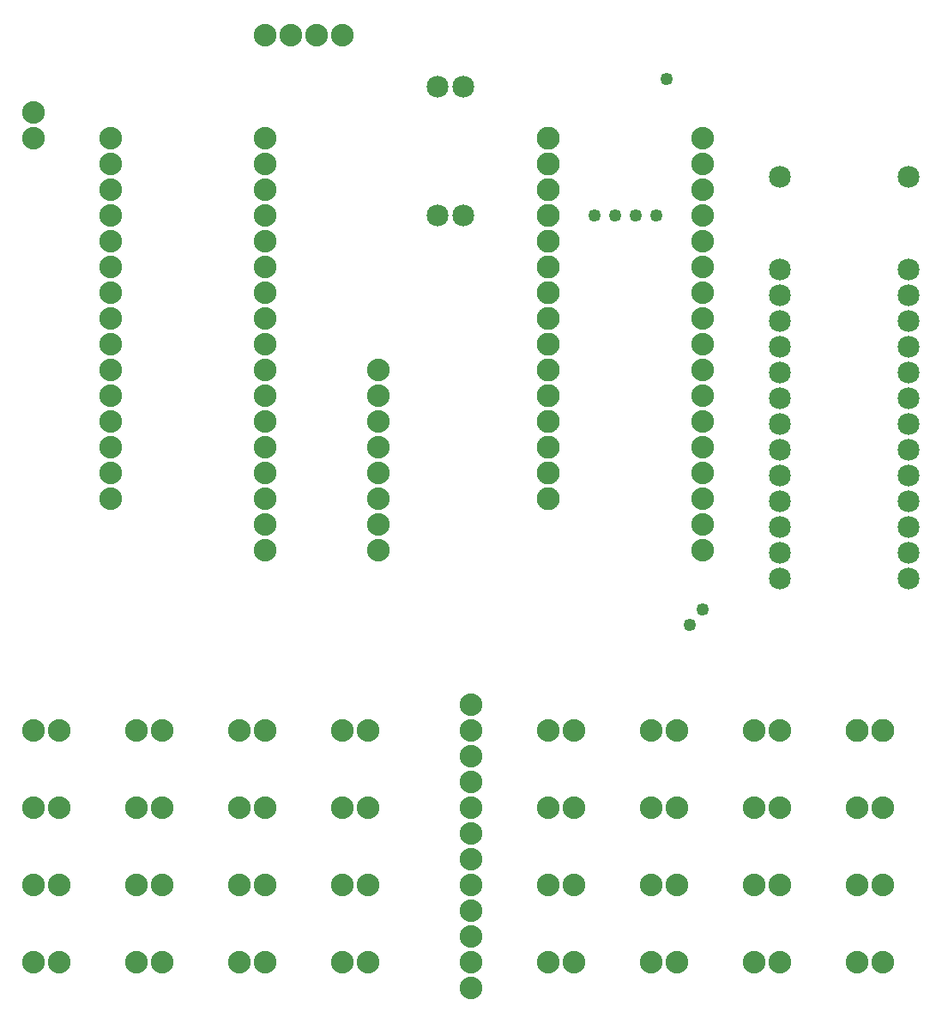
<source format=gts>
G04 MADE WITH FRITZING*
G04 WWW.FRITZING.ORG*
G04 DOUBLE SIDED*
G04 HOLES PLATED*
G04 CONTOUR ON CENTER OF CONTOUR VECTOR*
%ASAXBY*%
%FSLAX23Y23*%
%MOIN*%
%OFA0B0*%
%SFA1.0B1.0*%
%ADD10C,0.049370*%
%ADD11C,0.088000*%
%ADD12C,0.089370*%
%ADD13C,0.085000*%
%LNMASK1*%
G90*
G70*
G54D10*
X2886Y1577D03*
X2836Y1517D03*
G54D11*
X1486Y3807D03*
X1386Y3807D03*
X1286Y3807D03*
X1186Y3807D03*
X1486Y207D03*
X1486Y207D03*
X1586Y207D03*
X1086Y807D03*
X1086Y807D03*
X1186Y807D03*
X286Y207D03*
X286Y207D03*
X386Y207D03*
X1086Y207D03*
X1086Y207D03*
X1186Y207D03*
X1086Y507D03*
X1086Y507D03*
X1186Y507D03*
X686Y207D03*
X686Y207D03*
X786Y207D03*
X686Y507D03*
X686Y507D03*
X786Y507D03*
X1086Y1107D03*
X1086Y1107D03*
X1186Y1107D03*
X1486Y1107D03*
X1486Y1107D03*
X1586Y1107D03*
X286Y1107D03*
X286Y1107D03*
X386Y1107D03*
X286Y807D03*
X286Y807D03*
X386Y807D03*
X686Y1107D03*
X686Y1107D03*
X786Y1107D03*
X686Y807D03*
X686Y807D03*
X786Y807D03*
X286Y507D03*
X286Y507D03*
X386Y507D03*
X1626Y1907D03*
X1626Y1907D03*
X1626Y1807D03*
X1626Y2107D03*
X1626Y2107D03*
X1626Y2007D03*
X1626Y2307D03*
X1626Y2307D03*
X1626Y2207D03*
X286Y3407D03*
X286Y3407D03*
X286Y3507D03*
X1626Y2507D03*
X1626Y2507D03*
X1626Y2407D03*
X1486Y807D03*
X1486Y807D03*
X1586Y807D03*
X1486Y507D03*
X1486Y507D03*
X1586Y507D03*
X3486Y207D03*
X3486Y207D03*
X3586Y207D03*
X3486Y507D03*
X3486Y507D03*
X3586Y507D03*
X3486Y807D03*
X3486Y807D03*
X3586Y807D03*
G54D12*
X3486Y1107D03*
X3486Y1107D03*
X3586Y1107D03*
G54D11*
X3086Y207D03*
X3086Y207D03*
X3186Y207D03*
X3086Y507D03*
X3086Y507D03*
X3186Y507D03*
X3086Y807D03*
X3086Y807D03*
X3186Y807D03*
X3086Y1107D03*
X3086Y1107D03*
X3186Y1107D03*
X2686Y207D03*
X2686Y207D03*
X2786Y207D03*
X2686Y507D03*
X2686Y507D03*
X2786Y507D03*
X2686Y807D03*
X2686Y807D03*
X2786Y807D03*
X2686Y1107D03*
X2686Y1107D03*
X2786Y1107D03*
X2286Y207D03*
X2286Y207D03*
X2386Y207D03*
X2286Y507D03*
X2286Y507D03*
X2386Y507D03*
X2286Y807D03*
X2286Y807D03*
X2386Y807D03*
X2286Y1107D03*
X2286Y1107D03*
X2386Y1107D03*
X1186Y3407D03*
X1186Y3307D03*
X1186Y3207D03*
X1186Y3107D03*
X1186Y3007D03*
X1186Y2907D03*
X1186Y2807D03*
X1186Y2707D03*
X1186Y2607D03*
X1186Y2507D03*
X1186Y2407D03*
X1186Y2307D03*
X1186Y2207D03*
X1186Y2107D03*
X1186Y2007D03*
X1186Y1907D03*
X1186Y1807D03*
X586Y3407D03*
X586Y3307D03*
X586Y3207D03*
X586Y3107D03*
X586Y3007D03*
X586Y2907D03*
X586Y2807D03*
X586Y2707D03*
X586Y2607D03*
X586Y2507D03*
X586Y2407D03*
X586Y2307D03*
X586Y2207D03*
X586Y2107D03*
X586Y2007D03*
G54D12*
X2286Y3407D03*
X2286Y3307D03*
X2286Y3207D03*
X2286Y3107D03*
X2286Y3007D03*
X2286Y2907D03*
X2286Y2807D03*
X2286Y2707D03*
X2286Y2607D03*
X2286Y2507D03*
X2286Y2407D03*
X2286Y2307D03*
X2286Y2207D03*
X2286Y2107D03*
X2286Y2007D03*
G54D11*
X2886Y3407D03*
X2886Y3307D03*
X2886Y3207D03*
X2886Y3107D03*
X2886Y3007D03*
X2886Y2907D03*
X2886Y2807D03*
X2886Y2707D03*
X2886Y2607D03*
X2886Y2507D03*
X2886Y2407D03*
X2886Y2307D03*
X2886Y2207D03*
X2886Y2107D03*
X2886Y2007D03*
X2886Y1907D03*
X2886Y1807D03*
G54D13*
X1956Y3607D03*
X1956Y3107D03*
X1856Y3607D03*
X1856Y3107D03*
X3186Y3257D03*
X3686Y3257D03*
X3186Y2897D03*
X3686Y2897D03*
X3186Y1697D03*
X3686Y1697D03*
X3186Y1997D03*
X3686Y1997D03*
X3186Y2797D03*
X3686Y2797D03*
X3186Y2697D03*
X3686Y2697D03*
X3186Y2597D03*
X3686Y2597D03*
X3186Y2497D03*
X3686Y2497D03*
X3186Y2397D03*
X3686Y2397D03*
X3186Y2297D03*
X3686Y2297D03*
X3186Y2197D03*
X3686Y2197D03*
X3186Y2097D03*
X3686Y2097D03*
X3186Y1897D03*
X3686Y1897D03*
X3186Y1797D03*
X3686Y1797D03*
G54D11*
X1986Y607D03*
X1986Y507D03*
X1986Y407D03*
X1986Y307D03*
X1986Y207D03*
X1986Y107D03*
X1986Y907D03*
X1986Y807D03*
X1986Y707D03*
X1986Y1207D03*
X1986Y1107D03*
X1986Y1007D03*
G54D10*
X2466Y3107D03*
X2546Y3107D03*
X2626Y3107D03*
X2706Y3107D03*
X2746Y3637D03*
G04 End of Mask1*
M02*
</source>
